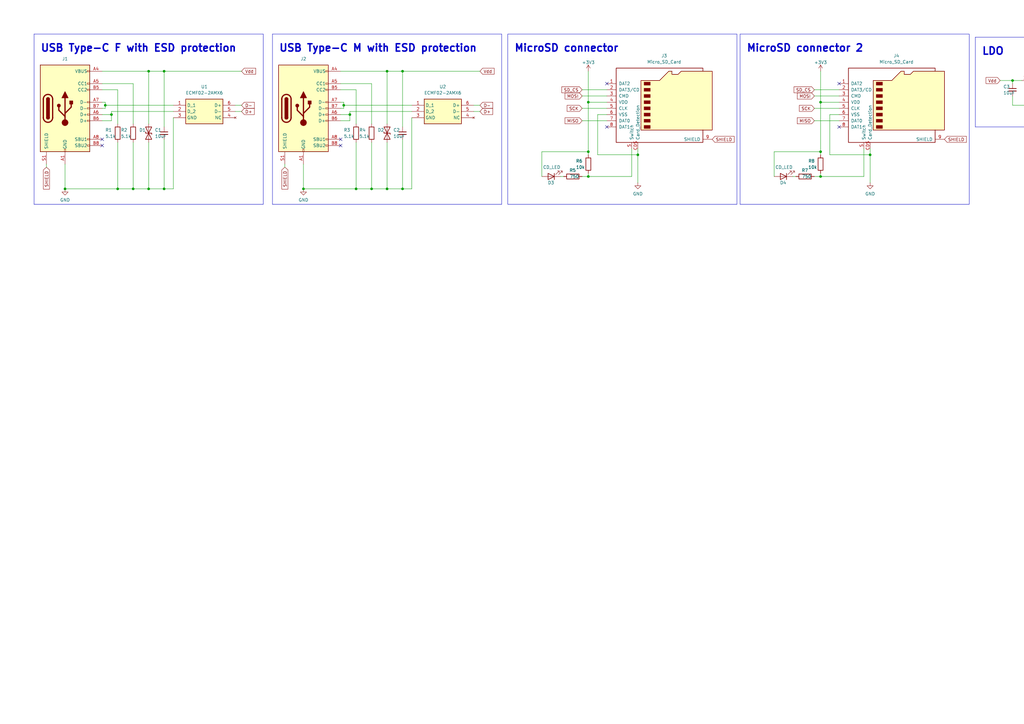
<source format=kicad_sch>
(kicad_sch (version 20230121) (generator eeschema)
  (paper "A3")
  (junction (at 551.18 66.04))
  (junction (at 532.13 52.07))
  (junction (at 532.13 66.04))
  (junction (at 627.38 46.99))
  (junction (at 615.95 105.41))
  (junction (at 26.67 77.47))
  (junction (at 627.38 52.07))
  (junction (at 356.87 63.5))
  (junction (at 158.75 29.21))
  (junction (at 505.46 96.52))
  (junction (at 45.72 46.99))
  (junction (at 539.75 110.49))
  (junction (at 718.82 66.04))
  (junction (at 241.3 41.91))
  (junction (at 143.51 46.99))
  (junction (at 241.3 62.23))
  (junction (at 539.75 96.52))
  (junction (at 124.46 77.47))
  (junction (at 336.55 72.39))
  (junction (at 632.46 59.69))
  (junction (at 415.29 33.02))
  (junction (at 684.53 36.83))
  (junction (at 165.1 77.47))
  (junction (at 513.08 66.04))
  (junction (at 336.55 62.23))
  (junction (at 615.95 113.03))
  (junction (at 491.49 63.5))
  (junction (at 627.38 59.69))
  (junction (at 551.18 52.07))
  (junction (at 524.51 86.36))
  (junction (at 684.53 58.42))
  (junction (at 632.46 52.07))
  (junction (at 627.38 54.61))
  (junction (at 632.46 39.37))
  (junction (at 632.46 44.45))
  (junction (at 632.46 54.61))
  (junction (at 505.46 52.07))
  (junction (at 632.46 46.99))
  (junction (at 60.96 29.21))
  (junction (at 152.4 77.47))
  (junction (at 701.04 35.56))
  (junction (at 60.96 77.47))
  (junction (at 491.49 39.37))
  (junction (at 539.75 31.75))
  (junction (at 627.38 39.37))
  (junction (at 513.08 110.49))
  (junction (at 513.08 31.75))
  (junction (at 261.62 63.5))
  (junction (at 629.92 109.22))
  (junction (at 632.46 62.23))
  (junction (at 43.18 43.18))
  (junction (at 513.08 41.91))
  (junction (at 532.13 110.49))
  (junction (at 513.08 76.2))
  (junction (at 524.51 41.91))
  (junction (at 582.93 76.2))
  (junction (at 582.93 31.75))
  (junction (at 627.38 49.53))
  (junction (at 629.92 101.6))
  (junction (at 48.26 77.47))
  (junction (at 439.42 33.02))
  (junction (at 336.55 41.91))
  (junction (at 627.38 41.91))
  (junction (at 632.46 41.91))
  (junction (at 551.18 110.49))
  (junction (at 632.46 36.83))
  (junction (at 54.61 77.47))
  (junction (at 539.75 76.2))
  (junction (at 627.38 62.23))
  (junction (at 67.31 29.21))
  (junction (at 532.13 96.52))
  (junction (at 539.75 66.04))
  (junction (at 532.13 31.75))
  (junction (at 701.04 66.04))
  (junction (at 627.38 64.77))
  (junction (at 532.13 76.2))
  (junction (at 637.54 36.83))
  (junction (at 513.08 86.36))
  (junction (at 241.3 72.39))
  (junction (at 539.75 52.07))
  (junction (at 146.05 77.47))
  (junction (at 67.31 77.47))
  (junction (at 165.1 29.21))
  (junction (at 524.51 110.49))
  (junction (at 158.75 77.47))
  (junction (at 426.72 43.18))
  (junction (at 140.97 43.18))
  (junction (at 632.46 49.53))
  (junction (at 615.95 107.95))
  (junction (at 551.18 96.52))
  (junction (at 632.46 64.77))
  (junction (at 627.38 44.45))
  (junction (at 524.51 66.04))
  (no_connect (at 665.48 125.73))
  (no_connect (at 665.48 92.71))
  (no_connect (at 665.48 123.19))
  (no_connect (at 834.39 69.85))
  (no_connect (at 858.52 120.65))
  (no_connect (at 858.52 125.73))
  (no_connect (at 665.48 87.63))
  (no_connect (at 834.39 87.63))
  (no_connect (at 344.17 34.29))
  (no_connect (at 665.48 113.03))
  (no_connect (at 665.48 115.57))
  (no_connect (at 665.48 128.27))
  (no_connect (at 665.48 105.41))
  (no_connect (at 665.48 118.11))
  (no_connect (at 248.92 52.07))
  (no_connect (at 41.91 59.69))
  (no_connect (at 834.39 64.77))
  (no_connect (at 834.39 104.14))
  (no_connect (at 858.52 67.31))
  (no_connect (at 858.52 106.68))
  (no_connect (at 858.52 101.6))
  (no_connect (at 858.52 85.09))
  (no_connect (at 665.48 120.65))
  (no_connect (at 665.48 54.61))
  (no_connect (at 665.48 57.15))
  (no_connect (at 665.48 90.17))
  (no_connect (at 834.39 123.19))
  (no_connect (at 665.48 85.09))
  (no_connect (at 665.48 59.69))
  (no_connect (at 834.39 99.06))
  (no_connect (at 665.48 64.77))
  (no_connect (at 834.39 82.55))
  (no_connect (at 41.91 57.15))
  (no_connect (at 858.52 90.17))
  (no_connect (at 665.48 110.49))
  (no_connect (at 665.48 62.23))
  (no_connect (at 139.7 57.15))
  (no_connect (at 834.39 118.11))
  (no_connect (at 858.52 72.39))
  (no_connect (at 139.7 59.69))
  (no_connect (at 248.92 34.29))
  (no_connect (at 665.48 67.31))
  (no_connect (at 344.17 52.07))
  (no_connect (at 665.48 107.95))
  (wire (pts (xy 513.08 110.49) (xy 524.51 110.49)))
  (wire (pts (xy 582.93 31.75) (xy 539.75 31.75)))
  (wire (pts (xy 340.36 46.99) (xy 340.36 63.5)))
  (wire (pts (xy 701.04 54.61) (xy 701.04 66.04)))
  (polyline (pts (xy 111.76 83.82) (xy 111.76 13.97)))
  (wire (pts (xy 336.55 72.39) (xy 354.33 72.39)))
  (wire (pts (xy 551.18 110.49) (xy 553.72 110.49)))
  (wire (pts (xy 488.95 58.42) (xy 491.49 58.42)))
  (wire (pts (xy 238.76 72.39) (xy 241.3 72.39)))
  (wire (pts (xy 194.31 43.18) (xy 196.85 43.18)))
  (wire (pts (xy 60.96 58.42) (xy 60.96 77.47)))
  (wire (pts (xy 344.17 46.99) (xy 340.36 46.99)))
  (wire (pts (xy 248.92 41.91) (xy 241.3 41.91)))
  (wire (pts (xy 415.29 39.37) (xy 415.29 43.18)))
  (wire (pts (xy 701.04 31.75) (xy 701.04 35.56)))
  (wire (pts (xy 19.05 67.31) (xy 19.05 68.58)))
  (wire (pts (xy 356.87 63.5) (xy 356.87 74.93)))
  (wire (pts (xy 152.4 58.42) (xy 152.4 77.47)))
  (wire (pts (xy 513.08 66.04) (xy 524.51 66.04)))
  (wire (pts (xy 532.13 83.82) (xy 532.13 88.9)))
  (wire (pts (xy 43.18 41.91) (xy 41.91 41.91)))
  (wire (pts (xy 582.93 91.44) (xy 581.66 91.44)))
  (wire (pts (xy 637.54 31.75) (xy 637.54 36.83)))
  (wire (pts (xy 883.92 34.29) (xy 883.92 35.56)))
  (wire (pts (xy 158.75 29.21) (xy 165.1 29.21)))
  (wire (pts (xy 615.95 105.41) (xy 627.38 105.41)))
  (wire (pts (xy 158.75 58.42) (xy 158.75 77.47)))
  (wire (pts (xy 143.51 45.72) (xy 143.51 46.99)))
  (polyline (pts (xy 205.74 83.82) (xy 111.76 83.82)))
  (wire (pts (xy 71.12 77.47) (xy 67.31 77.47)))
  (wire (pts (xy 539.75 107.95) (xy 539.75 110.49)))
  (wire (pts (xy 505.46 107.95) (xy 505.46 110.49)))
  (wire (pts (xy 539.75 96.52) (xy 541.02 96.52)))
  (wire (pts (xy 632.46 54.61) (xy 637.54 54.61)))
  (wire (pts (xy 883.92 35.56) (xy 882.65 35.56)))
  (wire (pts (xy 261.62 63.5) (xy 261.62 74.93)))
  (wire (pts (xy 491.49 58.42) (xy 491.49 63.5)))
  (wire (pts (xy 551.18 96.52) (xy 551.18 100.33)))
  (wire (pts (xy 334.01 36.83) (xy 344.17 36.83)))
  (polyline (pts (xy 400.05 52.07) (xy 452.12 52.07)))
  (wire (pts (xy 60.96 29.21) (xy 60.96 50.8)))
  (wire (pts (xy 488.95 34.29) (xy 491.49 34.29)))
  (wire (pts (xy 632.46 44.45) (xy 632.46 46.99)))
  (wire (pts (xy 513.08 63.5) (xy 513.08 66.04)))
  (wire (pts (xy 539.75 110.49) (xy 551.18 110.49)))
  (polyline (pts (xy 453.39 15.24) (xy 453.39 77.47)))
  (wire (pts (xy 551.18 96.52) (xy 556.26 96.52)))
  (wire (pts (xy 711.2 44.45) (xy 711.2 58.42)))
  (wire (pts (xy 665.48 41.91) (xy 688.34 41.91)))
  (wire (pts (xy 143.51 49.53) (xy 139.7 49.53)))
  (wire (pts (xy 688.34 50.8) (xy 687.07 50.8)))
  (wire (pts (xy 632.46 49.53) (xy 632.46 52.07)))
  (wire (pts (xy 551.18 66.04) (xy 553.72 66.04)))
  (wire (pts (xy 532.13 39.37) (xy 532.13 44.45)))
  (wire (pts (xy 635 128.27) (xy 635 130.81)))
  (wire (pts (xy 168.91 77.47) (xy 165.1 77.47)))
  (wire (pts (xy 582.93 46.99) (xy 581.66 46.99)))
  (wire (pts (xy 684.53 66.04) (xy 690.88 66.04)))
  (wire (pts (xy 553.72 110.49) (xy 553.72 91.44)))
  (wire (pts (xy 238.76 36.83) (xy 248.92 36.83)))
  (wire (pts (xy 463.55 39.37) (xy 466.09 39.37)))
  (wire (pts (xy 410.21 33.02) (xy 415.29 33.02)))
  (wire (pts (xy 830.58 38.1) (xy 836.93 38.1)))
  (wire (pts (xy 334.01 44.45) (xy 344.17 44.45)))
  (wire (pts (xy 43.18 44.45) (xy 43.18 43.18)))
  (wire (pts (xy 41.91 29.21) (xy 60.96 29.21)))
  (wire (pts (xy 830.58 33.02) (xy 836.93 33.02)))
  (wire (pts (xy 539.75 63.5) (xy 539.75 66.04)))
  (wire (pts (xy 632.46 59.69) (xy 637.54 59.69)))
  (wire (pts (xy 632.46 39.37) (xy 632.46 41.91)))
  (wire (pts (xy 532.13 110.49) (xy 539.75 110.49)))
  (polyline (pts (xy 205.74 13.97) (xy 205.74 83.82)))
  (wire (pts (xy 627.38 44.45) (xy 627.38 46.99)))
  (wire (pts (xy 532.13 76.2) (xy 539.75 76.2)))
  (wire (pts (xy 701.04 35.56) (xy 701.04 38.1)))
  (wire (pts (xy 632.46 52.07) (xy 632.46 54.61)))
  (wire (pts (xy 524.51 86.36) (xy 524.51 100.33)))
  (wire (pts (xy 539.75 96.52) (xy 539.75 97.79)))
  (wire (pts (xy 168.91 48.26) (xy 168.91 77.47)))
  (wire (pts (xy 439.42 39.37) (xy 439.42 43.18)))
  (wire (pts (xy 524.51 41.91) (xy 556.26 41.91)))
  (wire (pts (xy 627.38 39.37) (xy 627.38 41.91)))
  (wire (pts (xy 334.01 49.53) (xy 344.17 49.53)))
  (wire (pts (xy 623.57 109.22) (xy 623.57 107.95)))
  (polyline (pts (xy 604.52 15.24) (xy 604.52 139.7)))
  (wire (pts (xy 524.51 41.91) (xy 524.51 55.88)))
  (wire (pts (xy 629.92 109.22) (xy 623.57 109.22)))
  (wire (pts (xy 26.67 77.47) (xy 48.26 77.47)))
  (wire (pts (xy 238.76 39.37) (xy 248.92 39.37)))
  (wire (pts (xy 152.4 77.47) (xy 146.05 77.47)))
  (wire (pts (xy 629.92 101.6) (xy 629.92 102.87)))
  (wire (pts (xy 637.54 109.22) (xy 629.92 109.22)))
  (wire (pts (xy 584.2 96.52) (xy 581.66 96.52)))
  (wire (pts (xy 241.3 72.39) (xy 259.08 72.39)))
  (wire (pts (xy 261.62 60.96) (xy 261.62 63.5)))
  (wire (pts (xy 140.97 43.18) (xy 140.97 41.91)))
  (wire (pts (xy 627.38 52.07) (xy 627.38 54.61)))
  (wire (pts (xy 513.08 41.91) (xy 513.08 39.37)))
  (wire (pts (xy 505.46 83.82) (xy 505.46 88.9)))
  (wire (pts (xy 627.38 36.83) (xy 627.38 39.37)))
  (wire (pts (xy 41.91 44.45) (xy 43.18 44.45)))
  (wire (pts (xy 584.2 52.07) (xy 581.66 52.07)))
  (wire (pts (xy 222.25 62.23) (xy 222.25 72.39)))
  (wire (pts (xy 614.68 81.28) (xy 614.68 83.82)))
  (polyline (pts (xy 107.95 13.97) (xy 107.95 83.82)))
  (wire (pts (xy 632.46 41.91) (xy 632.46 44.45)))
  (wire (pts (xy 637.54 101.6) (xy 629.92 101.6)))
  (polyline (pts (xy 453.39 15.24) (xy 494.03 15.24)))
  (wire (pts (xy 709.93 44.45) (xy 711.2 44.45)))
  (wire (pts (xy 551.18 60.96) (xy 551.18 66.04)))
  (wire (pts (xy 71.12 48.26) (xy 71.12 77.47)))
  (polyline (pts (xy 751.84 139.7) (xy 604.52 139.7)))
  (wire (pts (xy 627.38 81.28) (xy 637.54 81.28)))
  (wire (pts (xy 632.46 62.23) (xy 632.46 59.69)))
  (wire (pts (xy 509.27 96.52) (xy 509.27 86.36)))
  (wire (pts (xy 627.38 46.99) (xy 627.38 49.53)))
  (wire (pts (xy 139.7 29.21) (xy 158.75 29.21)))
  (wire (pts (xy 165.1 29.21) (xy 165.1 52.07)))
  (wire (pts (xy 505.46 63.5) (xy 505.46 66.04)))
  (wire (pts (xy 336.55 41.91) (xy 336.55 29.21)))
  (wire (pts (xy 245.11 46.99) (xy 245.11 63.5)))
  (wire (pts (xy 336.55 62.23) (xy 336.55 63.5)))
  (wire (pts (xy 513.08 107.95) (xy 513.08 110.49)))
  (wire (pts (xy 629.92 109.22) (xy 629.92 107.95)))
  (wire (pts (xy 509.27 41.91) (xy 513.08 41.91)))
  (wire (pts (xy 434.34 33.02) (xy 439.42 33.02)))
  (polyline (pts (xy 751.84 15.24) (xy 751.84 139.7)))
  (wire (pts (xy 553.72 91.44) (xy 556.26 91.44)))
  (polyline (pts (xy 599.44 118.11) (xy 599.44 15.24)))
  (wire (pts (xy 514.35 41.91) (xy 513.08 41.91)))
  (polyline (pts (xy 400.05 15.24) (xy 452.12 15.24)))
  (wire (pts (xy 336.55 62.23) (xy 317.5 62.23)))
  (wire (pts (xy 340.36 63.5) (xy 356.87 63.5)))
  (wire (pts (xy 553.72 66.04) (xy 553.72 46.99)))
  (wire (pts (xy 336.55 72.39) (xy 336.55 71.12)))
  (wire (pts (xy 709.93 35.56) (xy 718.82 35.56)))
  (wire (pts (xy 509.27 52.07) (xy 509.27 41.91)))
  (wire (pts (xy 43.18 43.18) (xy 43.18 41.91)))
  (wire (pts (xy 633.73 105.41) (xy 633.73 113.03)))
  (wire (pts (xy 140.97 44.45) (xy 140.97 43.18)))
  (wire (pts (xy 711.2 58.42) (xy 684.53 58.42)))
  (wire (pts (xy 317.5 62.23) (xy 317.5 72.39)))
  (wire (pts (xy 354.33 72.39) (xy 354.33 60.96)))
  (wire (pts (xy 627.38 54.61) (xy 627.38 59.69)))
  (wire (pts (xy 139.7 36.83) (xy 146.05 36.83)))
  (wire (pts (xy 627.38 86.36) (xy 628.65 86.36)))
  (wire (pts (xy 635 93.98) (xy 637.54 93.98)))
  (wire (pts (xy 96.52 43.18) (xy 99.06 43.18)))
  (wire (pts (xy 632.46 46.99) (xy 632.46 49.53)))
  (wire (pts (xy 532.13 96.52) (xy 539.75 96.52)))
  (wire (pts (xy 505.46 52.07) (xy 509.27 52.07)))
  (wire (pts (xy 45.72 45.72) (xy 45.72 46.99)))
  (wire (pts (xy 632.46 54.61) (xy 632.46 59.69)))
  (wire (pts (xy 248.92 46.99) (xy 245.11 46.99)))
  (wire (pts (xy 165.1 29.21) (xy 196.85 29.21)))
  (wire (pts (xy 67.31 77.47) (xy 60.96 77.47)))
  (wire (pts (xy 665.48 44.45) (xy 688.34 44.45)))
  (wire (pts (xy 627.38 41.91) (xy 627.38 44.45)))
  (wire (pts (xy 241.3 62.23) (xy 222.25 62.23)))
  (wire (pts (xy 26.67 67.31) (xy 26.67 77.47)))
  (wire (pts (xy 633.73 113.03) (xy 615.95 113.03)))
  (polyline (pts (xy 496.57 15.24) (xy 496.57 118.11)))
  (wire (pts (xy 532.13 53.34) (xy 532.13 52.07)))
  (wire (pts (xy 637.54 64.77) (xy 632.46 64.77)))
  (wire (pts (xy 551.18 52.07) (xy 556.26 52.07)))
  (wire (pts (xy 41.91 36.83) (xy 48.26 36.83)))
  (wire (pts (xy 96.52 45.72) (xy 99.06 45.72)))
  (wire (pts (xy 116.84 67.31) (xy 116.84 68.58)))
  (wire (pts (xy 513.08 31.75) (xy 532.13 31.75)))
  (wire (pts (xy 325.12 72.39) (xy 326.39 72.39)))
  (wire (pts (xy 509.27 86.36) (xy 513.08 86.36)))
  (wire (pts (xy 505.46 66.04) (xy 513.08 66.04)))
  (polyline (pts (xy 494.03 77.47) (xy 494.03 15.24)))
  (wire (pts (xy 532.13 97.79) (xy 532.13 96.52)))
  (wire (pts (xy 67.31 29.21) (xy 99.06 29.21)))
  (wire (pts (xy 521.97 41.91) (xy 524.51 41.91)))
  (wire (pts (xy 259.08 72.39) (xy 259.08 60.96)))
  (wire (pts (xy 143.51 46.99) (xy 139.7 46.99)))
  (wire (pts (xy 701.04 35.56) (xy 704.85 35.56)))
  (wire (pts (xy 334.01 72.39) (xy 336.55 72.39)))
  (wire (pts (xy 146.05 58.42) (xy 146.05 77.47)))
  (wire (pts (xy 165.1 57.15) (xy 165.1 77.47)))
  (wire (pts (xy 241.3 41.91) (xy 241.3 62.23)))
  (wire (pts (xy 513.08 86.36) (xy 513.08 97.79)))
  (wire (pts (xy 505.46 110.49) (xy 513.08 110.49)))
  (wire (pts (xy 858.52 40.64) (xy 858.52 41.91)))
  (wire (pts (xy 439.42 33.02) (xy 444.5 33.02)))
  (wire (pts (xy 514.35 86.36) (xy 513.08 86.36)))
  (wire (pts (xy 524.51 105.41) (xy 524.51 110.49)))
  (polyline (pts (xy 111.76 13.97) (xy 205.74 13.97)))
  (wire (pts (xy 548.64 52.07) (xy 551.18 52.07)))
  (wire (pts (xy 505.46 39.37) (xy 505.46 44.45)))
  (wire (pts (xy 532.13 66.04) (xy 539.75 66.04)))
  (wire (pts (xy 539.75 39.37) (xy 539.75 52.07)))
  (wire (pts (xy 553.72 46.99) (xy 556.26 46.99)))
  (wire (pts (xy 146.05 36.83) (xy 146.05 50.8)))
  (wire (pts (xy 632.46 36.83) (xy 637.54 36.83)))
  (wire (pts (xy 859.79 31.75) (xy 858.52 31.75)))
  (polyline (pts (xy 453.39 77.47) (xy 494.03 77.47)))
  (wire (pts (xy 615.95 105.41) (xy 615.95 107.95)))
  (wire (pts (xy 124.46 77.47) (xy 146.05 77.47)))
  (wire (pts (xy 238.76 49.53) (xy 248.92 49.53)))
  (wire (pts (xy 582.93 76.2) (xy 539.75 76.2)))
  (wire (pts (xy 584.2 86.36) (xy 581.66 86.36)))
  (wire (pts (xy 627.38 62.23) (xy 627.38 64.77)))
  (wire (pts (xy 513.08 76.2) (xy 532.13 76.2)))
  (wire (pts (xy 532.13 52.07) (xy 539.75 52.07)))
  (polyline (pts (xy 496.57 118.11) (xy 599.44 118.11)))
  (polyline (pts (xy 496.57 15.24) (xy 599.44 15.24)))
  (wire (pts (xy 60.96 29.21) (xy 67.31 29.21)))
  (wire (pts (xy 882.65 38.1) (xy 886.46 38.1)))
  (wire (pts (xy 635 96.52) (xy 637.54 96.52)))
  (wire (pts (xy 45.72 46.99) (xy 41.91 46.99)))
  (wire (pts (xy 548.64 96.52) (xy 551.18 96.52)))
  (wire (pts (xy 491.49 63.5) (xy 491.49 64.77)))
  (wire (pts (xy 165.1 77.47) (xy 158.75 77.47)))
  (wire (pts (xy 637.54 128.27) (xy 635 128.27)))
  (wire (pts (xy 54.61 77.47) (xy 48.26 77.47)))
  (wire (pts (xy 697.23 35.56) (xy 701.04 35.56)))
  (wire (pts (xy 158.75 77.47) (xy 152.4 77.47)))
  (wire (pts (xy 539.75 52.07) (xy 539.75 53.34)))
  (wire (pts (xy 54.61 58.42) (xy 54.61 77.47)))
  (wire (pts (xy 194.31 45.72) (xy 196.85 45.72)))
  (wire (pts (xy 168.91 45.72) (xy 143.51 45.72)))
  (wire (pts (xy 582.93 31.75) (xy 582.93 46.99)))
  (wire (pts (xy 627.38 64.77) (xy 627.38 68.58)))
  (wire (pts (xy 882.65 40.64) (xy 883.92 40.64)))
  (wire (pts (xy 615.95 102.87) (xy 615.95 105.41)))
  (wire (pts (xy 701.04 66.04) (xy 718.82 66.04)))
  (wire (pts (xy 505.46 96.52) (xy 505.46 97.79)))
  (wire (pts (xy 67.31 29.21) (xy 67.31 52.07)))
  (wire (pts (xy 505.46 76.2) (xy 513.08 76.2)))
  (wire (pts (xy 241.3 72.39) (xy 241.3 71.12)))
  (wire (pts (xy 241.3 41.91) (xy 241.3 29.21)))
  (polyline (pts (xy 452.12 52.07) (xy 452.12 15.24)))
  (wire (pts (xy 415.29 33.02) (xy 415.29 34.29)))
  (wire (pts (xy 140.97 43.18) (xy 168.91 43.18)))
  (wire (pts (xy 532.13 63.5) (xy 532.13 66.04)))
  (wire (pts (xy 551.18 52.07) (xy 551.18 55.88)))
  (wire (pts (xy 883.92 40.64) (xy 883.92 41.91)))
  (wire (pts (xy 158.75 29.21) (xy 158.75 50.8)))
  (wire (pts (xy 505.46 96.52) (xy 509.27 96.52)))
  (wire (pts (xy 463.55 63.5) (xy 466.09 63.5)))
  (wire (pts (xy 629.92 101.6) (xy 623.57 101.6)))
  (wire (pts (xy 415.29 33.02) (xy 419.1 33.02)))
  (wire (pts (xy 48.26 36.83) (xy 48.26 50.8)))
  (wire (pts (xy 697.23 36.83) (xy 697.23 35.56)))
  (wire (pts (xy 836.93 35.56) (xy 834.39 35.56)))
  (wire (pts (xy 43.18 43.18) (xy 71.12 43.18)))
  (wire (pts (xy 684.53 58.42) (xy 684.53 36.83)))
  (wire (pts (xy 551.18 105.41) (xy 551.18 110.49)))
  (wire (pts (xy 665.48 46.99) (xy 688.34 46.99)))
  (wire (pts (xy 229.87 72.39) (xy 231.14 72.39)))
  (wire (pts (xy 67.31 57.15) (xy 67.31 77.47)))
  (wire (pts (xy 692.15 36.83) (xy 697.23 36.83)))
  (wire (pts (xy 632.46 64.77) (xy 632.46 62.23)))
  (wire (pts (xy 439.42 33.02) (xy 439.42 34.29)))
  (wire (pts (xy 139.7 34.29) (xy 152.4 34.29)))
  (wire (pts (xy 524.51 86.36) (xy 556.26 86.36)))
  (wire (pts (xy 71.12 45.72) (xy 45.72 45.72)))
  (wire (pts (xy 524.51 66.04) (xy 532.13 66.04)))
  (wire (pts (xy 539.75 66.04) (xy 551.18 66.04)))
  (wire (pts (xy 632.46 105.41) (xy 633.73 105.41)))
  (wire (pts (xy 524.51 60.96) (xy 524.51 66.04)))
  (wire (pts (xy 718.82 35.56) (xy 718.82 66.04)))
  (wire (pts (xy 505.46 31.75) (xy 513.08 31.75)))
  (wire (pts (xy 582.93 76.2) (xy 582.93 91.44)))
  (wire (pts (xy 513.08 41.91) (xy 513.08 53.34)))
  (wire (pts (xy 687.07 50.8) (xy 687.07 49.53)))
  (wire (pts (xy 521.97 86.36) (xy 524.51 86.36)))
  (wire (pts (xy 491.49 34.29) (xy 491.49 39.37)))
  (wire (pts (xy 140.97 41.91) (xy 139.7 41.91)))
  (wire (pts (xy 334.01 39.37) (xy 344.17 39.37)))
  (polyline (pts (xy 400.05 15.24) (xy 400.05 52.07)))
  (wire (pts (xy 241.3 62.23) (xy 241.3 63.5)))
  (wire (pts (xy 629.92 120.65) (xy 627.38 120.65)))
  (wire (pts (xy 617.22 81.28) (xy 614.68 81.28)))
  (wire (pts (xy 615.95 107.95) (xy 615.95 113.03)))
  (wire (pts (xy 665.48 39.37) (xy 685.8 39.37)))
  (wire (pts (xy 48.26 58.42) (xy 48.26 77.47)))
  (wire (pts (xy 627.38 49.53) (xy 627.38 52.07)))
  (wire (pts (xy 54.61 34.29) (xy 54.61 50.8)))
  (wire (pts (xy 539.75 83.82) (xy 539.75 96.52)))
  (wire (pts (xy 627.38 59.69) (xy 627.38 62.23)))
  (wire (pts (xy 41.91 34.29) (xy 54.61 34.29)))
  (wire (pts (xy 665.48 49.53) (xy 687.07 49.53)))
  (wire (pts (xy 627.38 88.9) (xy 628.65 88.9)))
  (wire (pts (xy 532.13 31.75) (xy 539.75 31.75)))
  (wire (pts (xy 124.46 67.31) (xy 124.46 77.47)))
  (wire (pts (xy 463.55 58.42) (xy 466.09 58.42)))
  (wire (pts (xy 505.46 52.07) (xy 505.46 53.34)))
  (wire (pts (xy 238.76 44.45) (xy 248.92 44.45)))
  (wire (pts (xy 45.72 49.53) (xy 41.91 49.53)))
  (wire (pts (xy 618.49 102.87) (xy 615.95 102.87)))
  (wire (pts (xy 488.95 63.5) (xy 491.49 63.5)))
  (wire (pts (xy 636.27 88.9) (xy 637.54 88.9)))
  (wire (pts (xy 356.87 60.96) (xy 356.87 63.5)))
  (wire (pts (xy 627.38 120.65) (xy 627.38 118.11)))
  (wire (pts (xy 143.51 46.99) (xy 143.51 49.53)))
  (wire (pts (xy 632.46 36.83) (xy 632.46 39.37)))
  (wire (pts (xy 532.13 107.95) (xy 532.13 110.49)))
  (wire (pts (xy 463.55 34.29) (xy 466.09 34.29)))
  (wire (pts (xy 665.48 36.83) (xy 684.53 36.83)))
  (wire (pts (xy 139.7 44.45) (xy 140.97 44.45)))
  (polyline (pts (xy 13.97 13.97) (xy 107.95 13.97)))
  (wire (pts (xy 685.8 57.15) (xy 685.8 39.37)))
  (wire (pts (xy 45.72 46.99) (xy 45.72 49.53)))
  (wire (pts (xy 539.75 52.07) (xy 541.02 52.07)))
  (wire (pts (xy 439.42 43.18) (xy 426.72 43.18)))
  (wire (pts (xy 344.17 41.91) (xy 336.55 41.91)))
  (wire (pts (xy 524.51 110.49) (xy 532.13 110.49)))
  (wire (pts (xy 636.27 86.36) (xy 637.54 86.36)))
  (wire (pts (xy 584.2 41.91) (xy 581.66 41.91)))
  (wire (pts (xy 491.49 39.37) (xy 491.49 40.64)))
  (polyline (pts (xy 13.97 83.82) (xy 13.97 13.97)))
  (wire (pts (xy 245.11 63.5) (xy 261.62 63.5)))
  (wire (pts (xy 709.93 48.26) (xy 709.93 57.15)))
  (wire (pts (xy 858.52 31.75) (xy 858.52 33.02)))
  (polyline (pts (xy 604.52 15.24) (xy 751.84 15.24)))
  (wire (pts (xy 488.95 39.37) (xy 491.49 39.37)))
  (wire (pts (xy 709.93 57.15) (xy 685.8 57.15)))
  (wire (pts (xy 152.4 34.29) (xy 152.4 50.8)))
  (wire (pts (xy 513.08 86.36) (xy 513.08 83.82)))
  (wire (pts (xy 60.96 77.47) (xy 54.61 77.47)))
  (wire (pts (xy 415.29 43.18) (xy 426.72 43.18)))
  (wire (pts (xy 426.72 40.64) (xy 426.72 43.18)))
  (wire (pts (xy 623.57 101.6) (xy 623.57 102.87)))
  (polyline (pts (xy 107.95 83.82) (xy 13.97 83.82)))
  (wire (pts (xy 336.55 41.91) (xy 336.55 62.23)))
  (wire (pts (xy 834.39 35.56) (xy 834.39 41.91)))
  (wire (pts (xy 688.34 48.26) (xy 688.34 46.99)))
  (wire (pts (xy 615.95 107.95) (xy 618.49 107.95)))
  (rectangle (start 208.28 13.97) (end 302.26 83.82))
  (rectangle (start 758.19 15.24) (end 896.62 162.56))
  (rectangle (start 303.53 13.97) (end 397.51 83.82))
  (text "USB Type-C M with ESD protection\n" (at 114.3 21.59 0) (effects (font (size 3 3) (thickness 0.6) bold) (justify left bottom)))
  (text "MicroSD connector" (at 210.82 21.59 0) (effects (font (size 3 3) (thickness 0.6) bold) (justify left bottom)))
  (text "USB Type-C F with ESD protection\n" (at 16.51 21.59 0) (effects (font (size 3 3) (thickness 0.6) bold) (justify left bottom)))
  (text "LDO" (at 402.59 22.86 0) (effects (font (size 3 3) (thickness 0.6) bold) (justify left bottom)))
  (text "Add's" (at 760.73 22.86 0) (effects (font (size 3 3) (thickness 0.6) bold) (justify left bottom)))
  (text "Status leds" (at 457.2 22.86 0) (effects (font (size 3 3) (thickness 0.6) bold) (justify left bottom)))
  (text "///ОШИБКА///" (at 595.63 62.23 0) (effects (font (size 3 3) (thickness 0.6) bold) (justify left bottom)))
  (text "1uF close to 44 pin" (at 607.06 57.15 0) (effects (font (size 1.27 1.27)) (justify left bottom)))
  (text "If BOOTSEL1 shorted, RP2040 reverts to BOOTSEL mode,\nwhere presents itself as a USB mass storage" (at 689.61 78.74 0) (effects (font (size 1.27 1.27)) (justify left bottom)))
  (text "SOIC-8W" (at 689.61 58.42 0) (effects (font (size 3 3) (thickness 0.6) bold) (justify left bottom)))
  (text "User Buttons with Schmitt trigger output" (at 499.11 22.86 0) (effects (font (size 3 3) (thickness 0.6) bold) (justify left bottom)))
  (text "RP2040 with 16Mbyte flash" (at 608.33 22.86 0) (effects (font (size 3 3) (thickness 0.6) bold) (justify left bottom)))
  (text "MicroSD connector 2" (at 306.07 21.59 0) (effects (font (size 3 3) (thickness 0.6) bold) (justify left bottom)))
  (text "C1=C2=2*(CLoad - Cstray) Cstray typically is 5pF" (at 689.61 82.55 0) (effects (font (size 1.27 1.27)) (justify left bottom)))
  (global_label "DBUG_SWDIO" (shape input) (at 635 96.52 180) (property "Intersheetrefs" "${INTERSHEET_REFS}" (effects hide)))
  (global_label "SHIELD" (shape input) (at 858.52 123.19 0) (property "Intersheetrefs" "${INTERSHEET_REFS}" (effects hide)))
  (global_label "SW_3" (shape input) (at 584.2 86.36 0) (property "Intersheetrefs" "${INTERSHEET_REFS}" (effects hide)))
  (global_label "SCK" (shape input) (at 334.01 44.45 180) (property "Intersheetrefs" "${INTERSHEET_REFS}" (effects hide)))
  (global_label "D-" (shape input) (at 99.06 43.18 0) (property "Intersheetrefs" "${INTERSHEET_REFS}" (effects hide)))
  (global_label "MOSI" (shape input) (at 801.37 38.1 0) (property "Intersheetrefs" "${INTERSHEET_REFS}" (effects hide)))
  (global_label "SHIELD" (shape input) (at 858.52 64.77 0) (property "Intersheetrefs" "${INTERSHEET_REFS}" (effects hide)))
  (global_label "MISO" (shape input) (at 238.76 49.53 180) (property "Intersheetrefs" "${INTERSHEET_REFS}" (effects hide)))
  (global_label "SHIELD" (shape input) (at 858.52 69.85 0) (property "Intersheetrefs" "${INTERSHEET_REFS}" (effects hide)))
  (global_label "SHIELD" (shape input) (at 859.79 31.75 0) (property "Intersheetrefs" "${INTERSHEET_REFS}" (effects hide)))
  (global_label "SD_CS" (shape input) (at 801.37 67.31 0) (property "Intersheetrefs" "${INTERSHEET_REFS}" (effects hide)))
  (global_label "SD_CS" (shape input) (at 665.48 97.79 0) (property "Intersheetrefs" "${INTERSHEET_REFS}" (effects hide)))
  (global_label "D+" (shape input) (at 196.85 45.72 0) (property "Intersheetrefs" "${INTERSHEET_REFS}" (effects hide)))
  (global_label "SCK" (shape input) (at 801.37 40.64 0) (property "Intersheetrefs" "${INTERSHEET_REFS}" (effects hide)))
  (global_label "SD_CS" (shape input) (at 238.76 36.83 180) (property "Intersheetrefs" "${INTERSHEET_REFS}" (effects hide)))
  (global_label "MISO" (shape input) (at 777.24 33.02 180) (property "Intersheetrefs" "${INTERSHEET_REFS}" (effects hide)))
  (global_label "SHIELD" (shape input) (at 858.52 99.06 0) (property "Intersheetrefs" "${INTERSHEET_REFS}" (effects hide)))
  (global_label "D-" (shape input) (at 196.85 43.18 0) (property "Intersheetrefs" "${INTERSHEET_REFS}" (effects hide)))
  (global_label "SHIELD" (shape input) (at 834.39 85.09 180) (property "Intersheetrefs" "${INTERSHEET_REFS}" (effects hide)))
  (global_label "D+" (shape input) (at 627.38 88.9 180) (property "Intersheetrefs" "${INTERSHEET_REFS}" (effects hide)))
  (global_label "SW_1" (shape input) (at 665.48 69.85 0) (property "Intersheetrefs" "${INTERSHEET_REFS}" (effects hide)))
  (global_label "SHIELD" (shape input) (at 858.52 104.14 0) (property "Intersheetrefs" "${INTERSHEET_REFS}" (effects hide)))
  (global_label "LED_STATUS_GREEN" (shape input) (at 463.55 39.37 180) (property "Intersheetrefs" "${INTERSHEET_REFS}" (effects hide)))
  (global_label "SW_2" (shape input) (at 665.48 72.39 0) (property "Intersheetrefs" "${INTERSHEET_REFS}" (effects hide)))
  (global_label "Vdd" (shape input) (at 99.06 29.21 0) (property "Intersheetrefs" "${INTERSHEET_REFS}" (effects hide)))
  (global_label "LED_STATUS_RED" (shape input) (at 463.55 58.42 180) (property "Intersheetrefs" "${INTERSHEET_REFS}" (effects hide)))
  (global_label "SCK" (shape input) (at 801.37 58.42 0) (property "Intersheetrefs" "${INTERSHEET_REFS}" (effects hide)))
  (global_label "DBUG_SWDIO" (shape input) (at 830.58 38.1 180) (property "Intersheetrefs" "${INTERSHEET_REFS}" (effects hide)))
  (global_label "MOSI" (shape input) (at 801.37 55.88 0) (property "Intersheetrefs" "${INTERSHEET_REFS}" (effects hide)))
  (global_label "SHIELD" (shape input) (at 834.39 125.73 180) (property "Intersheetrefs" "${INTERSHEET_REFS}" (effects hide)))
  (global_label "LED_STATUS_GREEN" (shape input) (at 463.55 63.5 180) (property "Intersheetrefs" "${INTERSHEET_REFS}" (effects hide)))
  (global_label "LED_STATUS_RED" (shape input) (at 665.48 80.01 0) (property "Intersheetrefs" "${INTERSHEET_REFS}" (effects hide)))
  (global_label "SW_3" (shape input) (at 665.48 74.93 0) (property "Intersheetrefs" "${INTERSHEET_REFS}" (effects hide)))
  (global_label "SHIELD" (shape input) (at 858.52 87.63 0) (property "Intersheetrefs" "${INTERSHEET_REFS}" (effects hide)))
  (global_label "MISO" (shape input) (at 777.24 67.31 180) (property "Intersheetrefs" "${INTERSHEET_REFS}" (effects hide)))
  (global_label "SCK" (shape input) (at 777.24 38.1 180) (property "Intersheetrefs" "${INTERSHEET_REFS}" (effects hide)))
  (global_label "SD_CS" (shape input) (at 801.37 86.36 0) (property "Intersheetrefs" "${INTERSHEET_REFS}" (effects hide)))
  (global_label "MOSI" (shape input) (at 777.24 40.64 180) (property "Intersheetrefs" "${INTERSHEET_REFS}" (effects hide)))
  (global_label "MOSI" (shape input) (at 334.01 39.37 180) (property "Intersheetrefs" "${INTERSHEET_REFS}" (effects hide)))
  (global_label "SCK" (shape input) (at 801.37 93.98 0) (property "Intersheetrefs" "${INTERSHEET_REFS}" (effects hide)))
  (global_label "SD_CS" (shape input) (at 777.24 53.34 180) (property "Intersheetrefs" "${INTERSHEET_REFS}" (effects hide)))
  (global_label "D-" (shape input) (at 627.38 86.36 180) (property "Intersheetrefs" "${INTERSHEET_REFS}" (effects hide)))
  (global_label "MISO" (shape input) (at 801.37 53.34 0) (property "Intersheetrefs" "${INTERSHEET_REFS}" (effects hide)))
  (global_label "MISO" (shape input) (at 777.24 50.8 180) (property "Intersheetrefs" "${INTERSHEET_REFS}" (effects hide)))
  (global_label "MISO" (shape input) (at 801.37 35.56 0) (property "Intersheetrefs" "${INTERSHEET_REFS}" (effects hide)))
  (global_label "MOSI" (shape input) (at 777.24 58.42 180) (property "Intersheetrefs" "${INTERSHEET_REFS}" (effects hide)))
  (global_label "SHIELD" (shape input) (at 116.84 68.58 270) (property "Intersheetrefs" "${INTERSHEET_REFS}" (effects hide)))
  (global_label "MISO" (shape input) (at 665.48 95.25 0) (property "Intersheetrefs" "${INTERSHEET_REFS}" (effects hide)))
  (global_label "D+" (shape input) (at 99.06 45.72 0) (property "Intersheetrefs" "${INTERSHEET_REFS}" (effects hide)))
  (global_label "SD_CS" (shape input) (at 777.24 69.85 180) (property "Intersheetrefs" "${INTERSHEET_REFS}" (effects hide)))
  (global_label "SCK" (shape input) (at 238.76 44.45 180) (property "Intersheetrefs" "${INTERSHEET_REFS}" (effects hide)))
  (global_label "MISO" (shape input) (at 801.37 88.9 0) (property "Intersheetrefs" "${INTERSHEET_REFS}" (effects hide)))
  (global_label "DBUG_SWCLK" (shape input) (at 635 93.98 180) (property "Intersheetrefs" "${INTERSHEET_REFS}" (effects hide)))
  (global_label "MISO" (shape input) (at 777.24 86.36 180) (property "Intersheetrefs" "${INTERSHEET_REFS}" (effects hide)))
  (global_label "SCK" (shape input) (at 777.24 55.88 180) (property "Intersheetrefs" "${INTERSHEET_REFS}" (effects hide)))
  (global_label "MOSI" (shape input) (at 777.24 74.93 180) (property "Intersheetrefs" "${INTERSHEET_REFS}" (effects hide)))
  (global_label "SCK" (shape input) (at 665.48 100.33 0) (property "Intersheetrefs" "${INTERSHEET_REFS}" (effects hide)))
  (global_label "Vdd" (shape input) (at 196.85 29.21 0) (property "Intersheetrefs" "${INTERSHEET_REFS}" (effects hide)))
  (global_label "SD_CS" (shape input) (at 801.37 50.8 0) (property "Intersheetrefs" "${INTERSHEET_REFS}" (effects hide)))
  (global_label "MOSI" (shape input) (at 801.37 91.44 0) (property "Intersheetrefs" "${INTERSHEET_REFS}" (effects hide)))
  (global_label "Vdd" (shape input) (at 410.21 33.02 180) (property "Intersheetrefs" "${INTERSHEET_REFS}" (effects hide)))
  (global_label "SW_1" (shape input) (at 584.2 41.91 0) (property "Intersheetrefs" "${INTERSHEET_REFS}" (effects hide)))
  (global_label "LED_STATUS_GREEN" (shape input) (at 665.48 82.55 0) (property "Intersheetrefs" "${INTERSHEET_REFS}" (effects hide)))
  (global_label "MOSI" (shape input) (at 777.24 93.98 180) (property "Intersheetrefs" "${INTERSHEET_REFS}" (effects hide)))
  (global_label "SCK" (shape input) (at 777.24 91.44 180) (property "Intersheetrefs" "${INTERSHEET_REFS}" (effects hide)))
  (global_label "SD_CS" (shape input) (at 777.24 88.9 180) (property "Intersheetrefs" "${INTERSHEET_REFS}" (effects hide)))
  (global_label "SHIELD" (shape input) (at 834.39 101.6 180) (property "Intersheetrefs" "${INTERSHEET_REFS}" (effects hide)))
  (global_label "SHIELD" (shape input) (at 387.35 57.15 0) (property "Intersheetrefs" "${INTERSHEET_REFS}" (effects hide)))
  (global_label "SHIELD" (shape input) (at 858.52 82.55 0) (property "Intersheetrefs" "${INTERSHEET_REFS}" (effects hide)))
  (global_label "LED_STATUS_RED" (shape input) (at 463.55 34.29 180) (property "Intersheetrefs" "${INTERSHEET_REFS}" (effects hide)))
  (global_label "Vdd" (shape input) (at 886.46 38.1 0) (property "Intersheetrefs" "${INTERSHEET_REFS}" (effects hide)))
  (global_label "SHIELD" (shape input) (at 834.39 67.31 180) (property "Intersheetrefs" "${INTERSHEET_REFS}" (effects hide)))
  (global_label "SHIELD" (shape input) (at 834.39 106.68 180) (property "Intersheetrefs" "${INTERSHEET_REFS}" (effects hide)))
  (global_label "MOSI" (shape input) (at 801.37 72.39 0) (property "Intersheetrefs" "${INTERSHEET_REFS}" (effects hide)))
  (global_label "MISO" (shape input) (at 334.01 49.53 180) (property "Intersheetrefs" "${INTERSHEET_REFS}" (effects hide)))
  (global_label "SW_4" (shape input) (at 665.48 77.47 0) (property "Intersheetrefs" "${INTERSHEET_REFS}" (effects hide)))
  (global_label "SCK" (shape input) (at 801.37 74.93 0) (property "Intersheetrefs" "${INTERSHEET_REFS}" (effects hide)))
  (global_label "SHIELD" (shape input) (at 19.05 68.58 270) (property "Intersheetrefs" "${INTERSHEET_REFS}" (effects hide)))
  (global_label "SW_2" (shape input) (at 584.2 52.07 0) (property "Intersheetrefs" "${INTERSHEET_REFS}" (effects hide)))
  (global_label "DBUG_SWCLK" (shape input) (at 830.58 33.02 180) (property "Intersheetrefs" "${INTERSHEET_REFS}" (effects hide)))
  (global_label "SHIELD" (shape input) (at 834.39 72.39 180) (property "Intersheetrefs" "${INTERSHEET_REFS}" (effects hide)))
  (global_label "SCK" (shape input) (at 777.24 72.39 180) (property "Intersheetrefs" "${INTERSHEET_REFS}" (effects hide)))
  (global_label "SHIELD" (shape input) (at 292.1 57.15 0) (property "Intersheetrefs" "${INTERSHEET_REFS}" (effects hide)))
  (global_label "SD_CS" (shape input) (at 801.37 33.02 0) (property "Intersheetrefs" "${INTERSHEET_REFS}" (effects hide)))
  (global_label "SW_4" (shape input) (at 584.2 96.52 0) (property "Intersheetrefs" "${INTERSHEET_REFS}" (effects hide)))
  (global_label "SHIELD" (shape input) (at 834.39 120.65 180) (property "Intersheetrefs" "${INTERSHEET_REFS}" (effects hide)))
  (global_label "SD_CS" (shape input) (at 334.01 36.83 180) (property "Intersheetrefs" "${INTERSHEET_REFS}" (effects hide)))
  (global_label "MOSI" (shape input) (at 238.76 39.37 180) (property "Intersheetrefs" "${INTERSHEET_REFS}" (effects hide)))
  (global_label "MOSI" (shape input) (at 665.48 102.87 0) (property "Intersheetrefs" "${INTERSHEET_REFS}" (effects hide)))
  (global_label "MISO" (shape input) (at 801.37 69.85 0) (property "Intersheetrefs" "${INTERSHEET_REFS}" (effects hide)))
  (global_label "SHIELD" (shape input) (at 834.39 90.17 180) (property "Intersheetrefs" "${INTERSHEET_REFS}" (effects hide)))
  (global_label "SHIELD" (shape input) (at 858.52 118.11 0) (property "Intersheetrefs" "${INTERSHEET_REFS}" (effects hide)))
  (global_label "SD_CS" (shape input) (at 777.24 35.56 180) (property "Intersheetrefs" "${INTERSHEET_REFS}" (effects hide)))
  (symbol (lib_id "Device:R") (at 684.53 62.23 180) (unit 1)
    (property "Reference" "R28" (at 686.308 61.3215 0) (effects (justify right)))
    (property "Value" "1k" (at 686.308 64.0966 0) (effects (justify right)))
    (property "Footprint" "Resistor_SMD:R_0402_1005Metric" (effects hide))
  )
  (symbol (lib_id "Device:C_Small") (at 629.92 36.83 90) (unit 1)
    (property "Reference" "C11" (at 627.38 35.56 90))
    (property "Value" "100nF" (at 633.73 35.56 90))
    (property "Footprint" "Capacitor_SMD:C_0402_1005Metric" (effects hide))
  )
  (symbol (lib_id "Device:R") (at 532.13 35.56 180) (unit 1)
    (property "Reference" "R19" (at 529.59 34.29 0) (effects (justify left)))
    (property "Value" "750" (at 529.59 36.83 0) (effects (justify left)))
    (property "Footprint" "Resistor_SMD:R_0402_1005Metric" (effects hide))
  )
  (symbol (lib_id "Switch:SW_SPST") (at 539.75 58.42 270) (unit 1)
    (property "Reference" "SW6" (at 538.48 58.42 90) (effects (justify right)))
    (property "Value" "SW_SPST" (effects hide))
    (property "Footprint" "_buttons:SWSIDE_SMD_PAN_EVPAE" (effects hide))
  )
  (symbol (lib_id "Device:R") (at 532.13 80.01 180) (unit 1)
    (property "Reference" "R20" (at 529.59 78.74 0) (effects (justify left)))
    (property "Value" "750" (at 529.59 81.28 0) (effects (justify left)))
    (property "Footprint" "Resistor_SMD:R_0402_1005Metric" (effects hide))
  )
  (symbol (lib_id "power:+3.3V") (at 883.92 34.29 0) (unit 1)
    (property "Reference" "#PWR025" (effects hide))
    (property "Value" "+3.3V" (at 883.92 30.6855 0))
  )
  (symbol (lib_id "Device:R") (at 539.75 35.56 0) (unit 1)
    (property "Reference" "R21" (at 534.67 34.29 0) (effects (justify left)))
    (property "Value" "10k" (at 534.67 36.83 0) (effects (justify left)))
    (property "Footprint" "Resistor_SMD:R_0402_1005Metric" (effects hide))
  )
  (symbol (lib_id "Device:R") (at 469.9 34.29 90) (unit 1)
    (property "Reference" "R9" (at 471.17 31.75 90) (effects (justify left)))
    (property "Value" "750" (at 472.44 34.29 90) (effects (justify left)))
    (property "Footprint" "Resistor_SMD:R_0402_1005Metric" (effects hide))
  )
  (symbol (lib_id "Device:C_Small") (at 621.03 107.95 90) (unit 1)
    (property "Reference" "C10" (at 618.49 106.68 90))
    (property "Value" "15pF" (at 624.84 106.68 90))
    (property "Footprint" "Capacitor_SMD:C_0402_1005Metric" (effects hide))
  )
  (symbol (lib_id "Connector:Conn_01x04_Pin") (at 796.29 88.9 0) (unit 1)
    (property "Reference" "J12" (at 796.925 81.28 0))
    (property "Value" "Conn_01x04_Pin" (at 796.925 83.82 0))
    (property "Footprint" "Connector_PinSocket_1.27mm:PinSocket_2x02_P1.27mm_Vertical_SMD" (effects hide))
  )
  (symbol (lib_id "power:GND") (at 261.62 74.93 0) (unit 1)
    (property "Reference" "#PWR04" (effects hide))
    (property "Value" "GND" (at 261.62 79.4925 0))
  )
  (symbol (lib_id "Device:C_Small") (at 67.31 54.61 0) (unit 1)
    (property "Reference" "C1" (at 63.5 53.34 0) (effects (justify left)))
    (property "Value" "10uF" (at 63.5 55.88 0) (effects (justify left)))
    (property "Footprint" "Capacitor_SMD:C_0603_1608Metric" (effects hide))
  )
  (symbol (lib_id "Connector:TestPoint") (at 882.65 40.64 90) (unit 1)
    (property "Reference" "TP3" (at 877.57 40.64 90) (effects (justify left)))
    (property "Value" "TestPoint" (effects hide))
    (property "Footprint" "TestPoint:TestPoint_Pad_D2.0mm" (effects hide))
  )
  (symbol (lib_id "power:GND") (at 124.46 77.47 0) (unit 1)
    (property "Reference" "#PWR02" (effects hide))
    (property "Value" "GND" (at 124.46 82.0325 0))
  )
  (symbol (lib_id "power:GND") (at 615.95 113.03 0) (unit 1)
    (property "Reference" "#PWR016" (effects hide))
    (property "Value" "GND" (at 615.95 117.5925 0))
  )
  (symbol (lib_id "Device:R") (at 544.83 96.52 270) (unit 1)
    (property "Reference" "R24" (at 544.83 93.98 90))
    (property "Value" "10k" (at 544.83 96.52 90))
    (property "Footprint" "Resistor_SMD:R_0402_1005Metric" (effects hide))
  )
  (symbol (lib_id "Device:Crystal_GND24_Small") (at 629.92 105.41 270) (unit 1)
    (property "Reference" "Y1" (at 633.73 104.14 90))
    (property "Value" "Crystal_GND24_Small" (effects hide))
    (property "Footprint" "Crystal:Crystal_SMD_3225-4Pin_3.2x2.5mm" (effects hide))
  )
  (symbol (lib_id "Device:R") (at 633.73 120.65 90) (unit 1)
    (property "Reference" "R27" (at 633.73 114.3 90))
    (property "Value" "1" (at 633.73 116.84 90))
    (property "Footprint" "Resistor_SMD:R_0402_1005Metric" (effects hide))
  )
  (symbol (lib_id "Device:C_Small") (at 629.92 39.37 90) (unit 1)
    (property "Reference" "C12" (at 627.38 38.1 90))
    (property "Value" "100nF" (at 633.73 38.1 90))
    (property "Footprint" "Capacitor_SMD:C_0402_1005Metric" (effects hide))
  )
  (symbol (lib_id "Device:R") (at 513.08 35.56 0) (unit 1)
    (property "Reference" "R15" (at 508 34.29 0) (effects (justify left)))
    (property "Value" "10k" (at 508 36.83 0) (effects (justify left)))
    (property "Footprint" "Resistor_SMD:R_0402_1005Metric" (effects hide))
  )
  (symbol (lib_id "Device:LED") (at 505.46 48.26 90) (unit 1)
    (property "Reference" "D7" (at 502.92 45.72 90) (effects (justify left)))
    (property "Value" "SWLED" (at 504.19 48.26 90) (effects (justify left)))
    (property "Footprint" "LED_SMD:LED_0603_1608Metric_Pad1.05x0.95mm_HandSolder" (effects hide))
  )
  (symbol (lib_id "Device:LED") (at 321.31 72.39 180) (unit 1)
    (property "Reference" "D4" (at 322.58 74.93 0) (effects (justify left)))
    (property "Value" "CD_LED" (at 325.12 68.58 0) (effects (justify left)))
    (property "Footprint" "LED_SMD:LED_0603_1608Metric_Pad1.05x0.95mm_HandSolder" (effects hide))
  )
  (symbol (lib_id "Connector:Conn_01x04_Pin") (at 853.44 67.31 0) (unit 1)
    (property "Reference" "J18" (at 854.075 59.69 0))
    (property "Value" "Conn_01x04_Pin" (at 854.075 62.23 0))
    (property "Footprint" "Connector_PinSocket_1.27mm:PinSocket_2x02_P1.27mm_Vertical_SMD" (effects hide))
  )
  (symbol (lib_id "Device:R") (at 539.75 80.01 0) (unit 1)
    (property "Reference" "R22" (at 534.67 78.74 0) (effects (justify left)))
    (property "Value" "10k" (at 534.67 81.28 0) (effects (justify left)))
    (property "Footprint" "Resistor_SMD:R_0402_1005Metric" (effects hide))
  )
  (symbol (lib_id "Device:C_Small") (at 551.18 58.42 0) (unit 1)
    (property "Reference" "C7" (at 544.83 57.15 0) (effects (justify left)))
    (property "Value" "100nF" (at 544.83 60.96 0) (effects (justify left)))
    (property "Footprint" "Capacitor_SMD:C_0402_1005Metric" (effects hide))
  )
  (symbol (lib_id "Connector:Conn_01x04_Socket") (at 782.32 53.34 0) (unit 1)
    (property "Reference" "J7" (at 783.59 53.34 0) (effects (justify left)))
    (property "Value" "Conn_01x04_Socket" (at 783.59 55.88 0) (effects (justify left)))
    (property "Footprint" "Connector_PinSocket_1.27mm:PinSocket_2x02_P1.27mm_Vertical_SMD" (effects hide))
  )
  (symbol (lib_id "Connector:TestPoint") (at 882.65 35.56 90) (unit 1)
    (property "Reference" "TP1" (at 877.57 35.56 90) (effects (justify left)))
    (property "Value" "TestPoint" (effects hide))
    (property "Footprint" "TestPoint:TestPoint_Pad_D2.0mm" (effects hide))
  )
  (symbol (lib_id "Switch:SW_Push") (at 695.96 66.04 0) (unit 1)
    (property "Reference" "BOOTSEL1" (at 695.96 60.96 0))
    (property "Value" "BOOTSEL" (effects hide))
    (property "Footprint" "_buttons:SW_SMD_PAN_EVPAS" (effects hide))
  )
  (symbol (lib_id "Switch:SW_SPST") (at 532.13 102.87 270) (unit 1)
    (property "Reference" "SW4" (at 530.86 102.87 90) (effects (justify right)))
    (property "Value" "SW_SPST" (effects hide))
    (property "Footprint" "_buttons:SW_SMD_PAN_EVPAS" (effects hide))
  )
  (symbol (lib_id "Switch:SW_Push") (at 622.3 81.28 0) (unit 1)
    (property "Reference" "SW9" (at 622.3 76.2 0))
    (property "Value" "SW_Push" (effects hide))
    (property "Footprint" "_buttons:SW_SMD_C&K_(PTS810SJ)" (effects hide))
  )
  (symbol (lib_id "Device:R") (at 858.52 36.83 0) (unit 1)
    (property "Reference" "R30" (at 860.298 35.9215 0) (effects (justify left)))
    (property "Value" "1M" (at 860.298 38.6966 0) (effects (justify left)))
    (property "Footprint" "Resistor_SMD:R_0402_1005Metric" (effects hide))
  )
  (symbol (lib_id "Connector:Conn_01x04_Pin") (at 853.44 101.6 0) (unit 1)
    (property "Reference" "J20" (at 854.075 93.98 0))
    (property "Value" "Conn_01x04_Pin" (at 854.075 96.52 0))
    (property "Footprint" "Connector_PinSocket_1.27mm:PinSocket_2x02_P1.27mm_Vertical_SMD" (effects hide))
  )
  (symbol (lib_id "Connector:Conn_01x04_Socket") (at 782.32 35.56 0) (unit 1)
    (property "Reference" "J5" (at 783.59 35.56 0) (effects (justify left)))
    (property "Value" "Conn_01x04_Socket" (at 783.59 38.1 0) (effects (justify left)))
    (property "Footprint" "Connector_PinSocket_1.27mm:PinSocket_2x02_P1.27mm_Vertical_SMD" (effects hide))
  )
  (symbol (lib_id "Switch:SW_SPST") (at 513.08 102.87 270) (unit 1)
    (property "Reference" "SW7" (at 511.81 102.87 90) (effects (justify right)))
    (property "Value" "SW_SPST" (effects hide))
    (property "Footprint" "_buttons:SWSIDE_SMD_PAN_EVPAE" (effects hide))
  )
  (symbol (lib_id "Device:R") (at 518.16 86.36 270) (unit 1)
    (property "Reference" "R18" (at 518.16 83.82 90))
    (property "Value" "10k" (at 518.16 86.36 90))
    (property "Footprint" "Resistor_SMD:R_0402_1005Metric" (effects hide))
  )
  (symbol (lib_id "power:GND") (at 834.39 41.91 0) (unit 1)
    (property "Reference" "#PWR023" (effects hide))
    (property "Value" "GND" (at 834.39 46.4725 0))
  )
  (symbol (lib_id "Device:C_Small") (at 629.92 64.77 90) (unit 1)
    (property "Reference" "C21" (at 627.38 63.5 90))
    (property "Value" "10uF" (at 633.73 63.5 90))
    (property "Footprint" "Capacitor_SMD:C_0603_1608Metric" (effects hide))
  )
  (symbol (lib_id "Connector:Conn_01x04_Socket") (at 839.47 101.6 0) (unit 1)
    (property "Reference" "J16" (at 840.74 101.6 0) (effects (justify left)))
    (property "Value" "Conn_01x04_Socket" (at 840.74 104.14 0) (effects (justify left)))
    (property "Footprint" "Connector_PinSocket_1.27mm:PinSocket_2x02_P1.27mm_Vertical_SMD" (effects hide))
  )
  (symbol (lib_id "Connector:Conn_01x04_Pin") (at 853.44 120.65 0) (unit 1)
    (property "Reference" "J21" (at 854.075 113.03 0))
    (property "Value" "Conn_01x04_Pin" (at 854.075 115.57 0))
    (property "Footprint" "Connector_PinSocket_1.27mm:PinSocket_2x02_P1.27mm_Vertical_SMD" (effects hide))
  )
  (symbol (lib_id "Switch:SW_SPST") (at 505.46 102.87 270) (unit 1)
    (property "Reference" "SW3" (at 504.19 102.87 90) (effects (justify right)))
    (property "Value" "SW_SPST" (effects hide))
    (property "Footprint" "_buttons:SW_SMD_PAN_EVPAS" (effects hide))
  )
  (symbol (lib_id "Device:R") (at 48.26 54.61 0) (unit 1)
    (property "Reference" "R1" (at 43.18 53.34 0) (effects (justify left)))
    (property "Value" "5.1k" (at 43.18 55.88 0) (effects (justify left)))
    (property "Footprint" "Resistor_SMD:R_0402_1005Metric" (effects hide))
  )
  (symbol (lib_id "Switch:SW_SPST") (at 539.75 102.87 270) (unit 1)
    (property "Reference" "SW8" (at 538.48 102.87 90) (effects (justify right)))
    (property "Value" "SW_SPST" (effects hide))
    (property "Footprint" "_buttons:SWSIDE_SMD_PAN_EVPAE" (effects hide))
  )
  (symbol (lib_id "power:+3.3V") (at 701.04 31.75 0) (unit 1)
    (property "Reference" "#PWR021" (effects hide))
    (property "Value" "+3.3V" (at 701.04 28.1455 0))
  )
  (symbol (lib_id "power:+3.3V") (at 637.54 31.75 0) (unit 1)
    (property "Reference" "#PWR020" (effects hide))
    (property "Value" "+3.3V" (at 637.54 28.1455 0))
  )
  (symbol (lib_id "Device:D_TVS") (at 60.96 54.61 90) (unit 1)
    (property "Reference" "D1" (at 58.42 53.34 90))
    (property "Value" "D_TVS" (effects hide))
    (property "Footprint" "_basic:ESD_PGB1010603MR" (effects hide))
  )
  (symbol (lib_id "Device:D_TVS") (at 158.75 54.61 90) (unit 1)
    (property "Reference" "D2" (at 156.21 53.34 90))
    (property "Value" "D_TVS" (effects hide))
    (property "Footprint" "_basic:ESD_PGB1010603MR" (effects hide))
  )
  (symbol (lib_id "Device:R") (at 469.9 63.5 90) (unit 1)
    (property "Reference" "R12" (at 471.17 60.96 90) (effects (justify left)))
    (property "Value" "470" (at 472.44 63.5 90) (effects (justify left)))
    (property "Footprint" "Resistor_SMD:R_0402_1005Metric" (effects hide))
  )
  (symbol (lib_id "Device:R") (at 505.46 80.01 180) (unit 1)
    (property "Reference" "R14" (at 502.92 78.74 0) (effects (justify left)))
    (property "Value" "750" (at 502.92 81.28 0) (effects (justify left)))
    (property "Footprint" "Resistor_SMD:R_0402_1005Metric" (effects hide))
  )
  (symbol (lib_id "power:+3.3V") (at 627.38 118.11 0) (unit 1)
    (property "Reference" "#PWR018" (effects hide))
    (property "Value" "+3.3V" (at 627.38 114.5055 0))
  )
  (symbol (lib_id "Device:R") (at 518.16 41.91 270) (unit 1)
    (property "Reference" "R17" (at 518.16 39.37 90))
    (property "Value" "10k" (at 518.16 41.91 90))
    (property "Footprint" "Resistor_SMD:R_0402_1005Metric" (effects hide))
  )
  (symbol (lib_id "Device:R") (at 336.55 67.31 0) (unit 1)
    (property "Reference" "R8" (at 331.47 66.04 0) (effects (justify left)))
    (property "Value" "10k" (at 331.47 68.58 0) (effects (justify left)))
    (property "Footprint" "Resistor_SMD:R_0402_1005Metric" (effects hide))
  )
  (symbol (lib_id "Device:C_Small") (at 629.92 52.07 90) (unit 1)
    (property "Reference" "C17" (at 627.38 50.8 90))
    (property "Value" "100nF" (at 633.73 50.8 90))
    (property "Footprint" "Capacitor_SMD:C_0402_1005Metric" (effects hide))
  )
  (symbol (lib_id "power:+3.3V") (at 444.5 33.02 0) (unit 1)
    (property "Reference" "#PWR08" (effects hide))
    (property "Value" "+3.3V" (at 444.5 29.4155 0))
  )
  (symbol (lib_id "Device:C_Small") (at 621.03 102.87 90) (unit 1)
    (property "Reference" "C9" (at 618.49 101.6 90))
    (property "Value" "15pF" (at 624.84 101.6 90))
    (property "Footprint" "Capacitor_SMD:C_0402_1005Metric" (effects hide))
  )
  (symbol (lib_id "Connector:Conn_01x04_Socket") (at 839.47 85.09 0) (unit 1)
    (property "Reference" "J15" (at 840.74 85.09 0) (effects (justify left)))
    (property "Value" "Conn_01x04_Socket" (at 840.74 87.63 0) (effects (justify left)))
    (property "Footprint" "Connector_PinSocket_1.27mm:PinSocket_2x02_P1.27mm_Vertical_SMD" (effects hide))
  )
  (symbol (lib_id "Device:R") (at 469.9 58.42 90) (unit 1)
    (property "Reference" "R11" (at 471.17 55.88 90) (effects (justify left)))
    (property "Value" "750" (at 472.44 58.42 90) (effects (justify left)))
    (property "Footprint" "Resistor_SMD:R_0402_1005Metric" (effects hide))
  )
  (symbol (lib_id "power:GND") (at 491.49 40.64 0) (unit 1)
    (property "Reference" "#PWR09" (effects hide))
    (property "Value" "GND" (at 491.49 45.72 0))
  )
  (symbol (lib_id "Device:LED_Dual_AKKA") (at 481.33 36.83 0) (unit 1)
    (property "Reference" "D5" (at 481.203 25.4 0))
    (property "Value" "KPHBM-2012" (at 481.203 27.94 0))
    (property "Footprint" "_led:LED_RG_KPHBM-2012" (effects hide))
  )
  (symbol (lib_id "_chips:74LVC2G14") (at 568.96 46.99 0) (unit 1)
    (property "Reference" "U4" (at 568.96 34.29 0))
    (property "Value" "SN74LVC2G17" (at 568.96 36.83 0))
    (property "Footprint" "Package_TO_SOT_SMD:SOT-23-6" (effects hide))
  )
  (symbol (lib_id "power:GND") (at 26.67 77.47 0) (unit 1)
    (property "Reference" "#PWR01" (effects hide))
    (property "Value" "GND" (at 26.67 82.0325 0))
  )
  (symbol (lib_id "Device:R") (at 469.9 39.37 90) (unit 1)
    (property "Reference" "R10" (at 471.17 36.83 90) (effects (justify left)))
    (property "Value" "470" (at 472.44 39.37 90) (effects (justify left)))
    (property "Footprint" "Resistor_SMD:R_0402_1005Metric" (effects hide))
  )
  (symbol (lib_id "Device:R") (at 505.46 35.56 180) (unit 1)
    (property "Reference" "R13" (at 502.92 34.29 0) (effects (justify left)))
    (property "Value" "750" (at 502.92 36.83 0) (effects (justify left)))
    (property "Footprint" "Resistor_SMD:R_0402_1005Metric" (effects hide))
  )
  (symbol (lib_id "power:GND") (at 551.18 110.49 0) (unit 1)
    (property "Reference" "#PWR012" (effects hide))
    (property "Value" "GND" (at 551.18 115.57 0))
  )
  (symbol (lib_id "Device:C_Small") (at 629.92 62.23 90) (unit 1)
    (property "Reference" "C20" (at 627.38 60.96 90))
    (property "Value" "100nF" (at 633.73 60.96 90))
    (property "Footprint" "Capacitor_SMD:C_0402_1005Metric" (effects hide))
  )
  (symbol (lib_id "Device:R") (at 632.46 88.9 270) (unit 1)
    (property "Reference" "R26" (at 632.46 91.44 90))
    (property "Value" "27.4" (at 632.46 88.9 90))
    (property "Footprint" "Resistor_SMD:R_0402_1005Metric" (effects hide))
  )
  (symbol (lib_id "Device:R") (at 330.2 72.39 90) (unit 1)
    (property "Reference" "R7" (at 331.47 69.85 90) (effects (justify left)))
    (property "Value" "750" (at 332.74 72.39 90) (effects (justify left)))
    (property "Footprint" "Resistor_SMD:R_0402_1005Metric" (effects hide))
  )
  (symbol (lib_id "power:GND") (at 551.18 66.04 0) (unit 1)
    (property "Reference" "#PWR011" (effects hide))
    (property "Value" "GND" (at 551.18 71.12 0))
  )
  (symbol (lib_id "Regulator_Linear:AMS1117-3.3") (at 426.72 33.02 0) (unit 1)
    (property "Reference" "U3" (at 426.72 26.67 0))
    (property "Value" "AMS1117-3.3" (at 426.72 29.21 0))
    (property "Footprint" "Package_TO_SOT_SMD:SOT-89-3" (effects hide))
    (property "Datasheet" "http://www.advanced-monolithic.com/pdf/ds1117.pdf" (effects hide))
  )
  (symbol (lib_id "Switch:SW_SPST") (at 505.46 58.42 270) (unit 1)
    (property "Reference" "SW1" (at 504.19 58.42 90) (effects (justify right)))
    (property "Value" "SW_SPST" (effects hide))
    (property "Footprint" "_buttons:SW_SMD_PAN_EVPAS" (effects hide))
  )
  (symbol (lib_id "Device:R") (at 513.08 80.01 0) (unit 1)
    (property "Reference" "R16" (at 508 78.74 0) (effects (justify left)))
    (property "Value" "10k" (at 508 81.28 0) (effects (justify left)))
    (property "Footprint" "Resistor_SMD:R_0402_1005Metric" (effects hide))
  )
  (symbol (lib_id "Connector:Conn_01x04_Socket") (at 782.32 69.85 0) (unit 1)
    (property "Reference" "J9" (at 783.59 69.85 0) (effects (justify left)))
    (property "Value" "Conn_01x04_Socket" (at 783.59 72.39 0) (effects (justify left)))
    (property "Footprint" "Connector_PinSocket_1.27mm:PinSocket_2x02_P1.27mm_Vertical_SMD" (effects hide))
  )
  (symbol (lib_id "Device:C_Small") (at 629.92 44.45 90) (unit 1)
    (property "Reference" "C14" (at 627.38 43.18 90))
    (property "Value" "100nF" (at 633.73 43.18 90))
    (property "Footprint" "Capacitor_SMD:C_0402_1005Metric" (effects hide))
  )
  (symbol (lib_id "power:GND") (at 614.68 83.82 0) (unit 1)
    (property "Reference" "#PWR015" (effects hide))
    (property "Value" "GND" (at 614.68 88.3825 0))
  )
  (symbol (lib_id "_MK:RP2040") (at 651.51 34.29 0) (unit 1)
    (property "Reference" "U6" (at 651.51 30.45 0))
    (property "Value" "RP2040" (at 651.51 33.2251 0))
    (property "Footprint" "_chips:MK_RP2040" (effects hide))
    (property "Datasheet" "https://datasheets.raspberrypi.org/rp2040/rp2040_datasheet.pdf" (effects hide))
  )
  (symbol (lib_id "Device:C_Small") (at 629.92 59.69 90) (unit 1)
    (property "Reference" "C19" (at 627.38 58.42 90))
    (property "Value" "100nF" (at 633.73 58.42 90))
    (property "Footprint" "Capacitor_SMD:C_0402_1005Metric" (effects hide))
  )
  (symbol (lib_id "power:+3.3V") (at 241.3 29.21 0) (unit 1)
    (property "Reference" "#PWR03" (effects hide))
    (property "Value" "+3.3V" (at 241.3 25.6055 0))
  )
  (symbol (lib_id "Connector:TestPoint") (at 882.65 38.1 90) (unit 1)
    (property "Reference" "TP2" (at 877.57 38.1 90) (effects (justify left)))
    (property "Value" "TestPoint" (effects hide))
    (property "Footprint" "TestPoint:TestPoint_Pad_D2.0mm" (effects hide))
  )
  (symbol (lib_id "Device:R") (at 688.34 36.83 90) (unit 1)
    (property "Reference" "R29" (at 688.34 31.8475 90))
    (property "Value" "10k DNP" (at 688.34 34.6226 90))
    (property "Footprint" "Resistor_SMD:R_0402_1005Metric" (effects hide))
  )
  (symbol (lib_id "power:+3.3V") (at 582.93 76.2 0) (unit 1)
    (property "Reference" "#PWR014" (effects hide))
    (property "Value" "+3.3V" (at 582.93 72.5955 0))
  )
  (symbol (lib_id "Device:R") (at 54.61 54.61 0) (unit 1)
    (property "Reference" "R2" (at 49.53 53.34 0) (effects (justify left)))
    (property "Value" "5.1k" (at 49.53 55.88 0) (effects (justify left)))
    (property "Footprint" "Resistor_SMD:R_0402_1005Metric" (effects hide))
  )
  (symbol (lib_id "Device:C_Small") (at 629.92 41.91 90) (unit 1)
    (property "Reference" "C13" (at 627.38 40.64 90))
    (property "Value" "100nF" (at 633.73 40.64 90))
    (property "Footprint" "Capacitor_SMD:C_0402_1005Metric" (effects hide))
  )
  (symbol (lib_id "Device:C_Small") (at 629.92 54.61 90) (unit 1)
    (property "Reference" "C18" (at 627.38 53.34 90))
    (property "Value" "1uF" (at 633.73 53.34 90))
    (property "Footprint" "Capacitor_SMD:C_0603_1608Metric" (effects hide))
  )
  (symbol (lib_id "Device:R") (at 241.3 67.31 0) (unit 1)
    (property "Reference" "R6" (at 236.22 66.04 0) (effects (justify left)))
    (property "Value" "10k" (at 236.22 68.58 0) (effects (justify left)))
    (property "Footprint" "Resistor_SMD:R_0402_1005Metric" (effects hide))
  )
  (symbol (lib_id "_chips:74LVC2G14") (at 568.96 91.44 0) (unit 1)
    (property "Reference" "U5" (at 568.96 78.74 0))
    (property "Value" "SN74LVC2G17" (at 568.96 81.28 0))
    (property "Footprint" "Package_TO_SOT_SMD:SOT-23-6" (effects hide))
  )
  (symbol (lib_id "Device:C_Small") (at 551.18 102.87 0) (unit 1)
    (property "Reference" "C8" (at 544.83 101.6 0) (effects (justify left)))
    (property "Value" "100nF" (at 544.83 105.41 0) (effects (justify left)))
    (property "Footprint" "Capacitor_SMD:C_0402_1005Metric" (effects hide))
  )
  (symbol (lib_id "Device:C_Small") (at 629.92 49.53 90) (unit 1)
    (property "Reference" "C16" (at 627.38 48.26 90))
    (property "Value" "100nF" (at 633.73 48.26 90))
    (property "Footprint" "Capacitor_SMD:C_0402_1005Metric" (effects hide))
  )
  (symbol (lib_id "Connector:Micro_SD_Card") (at 367.03 41.91 0) (unit 1)
    (property "Reference" "J4" (at 367.665 22.86 0))
    (property "Value" "Micro_SD_Card" (at 367.665 25.4 0))
    (property "Footprint" "_conn:SDCARD_KLS_L-KLS1-SD114-R" (effects hide))
    (property "Datasheet" "http://katalog.we-online.de/em/datasheet/693072010801.pdf" (effects hide))
  )
  (symbol (lib_id "Device:C_Small") (at 439.42 36.83 0) (unit 1)
    (property "Reference" "C4" (at 435.61 35.56 0) (effects (justify left)))
    (property "Value" "10uF" (at 435.61 38.1 0) (effects (justify left)))
    (property "Footprint" "Capacitor_SMD:C_0603_1608Metric" (effects hide))
  )
  (symbol (lib_id "Device:C_Small") (at 415.29 36.83 0) (unit 1)
    (property "Reference" "C3" (at 411.48 35.56 0) (effects (justify left)))
    (property "Value" "10uF" (at 411.48 38.1 0) (effects (justify left)))
    (property "Footprint" "Capacitor_SMD:C_0603_1608Metric" (effects hide))
  )
  (symbol (lib_id "Device:C_Small") (at 524.51 58.42 0) (unit 1)
    (property "Reference" "C5" (at 518.16 57.15 0) (effects (justify left)))
    (property "Value" "100nF" (at 518.16 60.96 0) (effects (justify left)))
    (property "Footprint" "Capacitor_SMD:C_0402_1005Metric" (effects hide))
  )
  (symbol (lib_id "Switch:SW_SPST") (at 532.13 58.42 270) (unit 1)
    (property "Reference" "SW2" (at 530.86 58.42 90) (effects (justify right)))
    (property "Value" "SW_SPST" (effects hide))
    (property "Footprint" "_buttons:SW_SMD_PAN_EVPAS" (effects hide))
  )
  (symbol (lib_id "_chips:ECMF02-2AMX6") (at 71.12 43.18 0) (unit 1)
    (property "Reference" "U1" (at 83.82 35.56 0))
    (property "Value" "ECMF02-2AMX6" (at 83.82 38.1 0))
    (property "Footprint" "_chips:ESD_ECMF02-2AMX6" (effects hide))
    (property "Datasheet" "http://www.st.com/content/ccc/resource/technical/document/datasheet/3a/28/cf/d0/31/63/48/8c/CD00282307.pdf/files/CD00282307.pdf/jcr:content/translations/en.CD00282307.pdf" (effects hide))
    (property "Height" "0.55" (effects hide))
    (property "Manufacturer_Name" "STMicroelectronics" (effects hide))
    (property "Manufacturer_Part_Number" "ECMF02-2AMX6" (effects hide))
    (property "Mouser Part Number" "511-ECMF02-2AMX6" (effects hide))
    (property "Mouser Price/Stock" "https://www.mouser.co.uk/ProductDetail/STMicroelectronics/ECMF02-2AMX6?qs=raAh8RbVwI65u5gmT42%2Flg%3D%3D" (effects hide))
    (property "Arrow Part Number" "ECMF02-2AMX6" (effects hide))
    (property "Arrow Price/Stock" "https://www.arrow.com/en/products/ecmf02-2amx6/stmicroelectronics?region=nac" (effects hide))
  )
  (symbol (lib_id "_chips:ECMF02-2AMX6") (at 168.91 43.18 0) (unit 1)
    (property "Reference" "U2" (at 181.61 35.56 0))
    (property "Value" "ECMF02-2AMX6" (at 181.61 38.1 0))
    (property "Footprint" "_chips:ESD_ECMF02-2AMX6" (effects hide))
    (property "Datasheet" "http://www.st.com/content/ccc/resource/technical/document/datasheet/3a/28/cf/d0/31/63/48/8c/CD00282307.pdf/files/CD00282307.pdf/jcr:content/translations/en.CD00282307.pdf" (effects hide))
    (property "Height" "0.55" (effects hide))
    (property "Manufacturer_Name" "STMicroelectronics" (effects hide))
    (property "Manufacturer_Part_Number" "ECMF02-2AMX6" (effects hide))
    (property "Mouser Part Number" "511-ECMF02-2AMX6" (effects hide))
    (property "Mouser Price/Stock" "https://www.mouser.co.uk/ProductDetail/STMicroelectronics/ECMF02-2AMX6?qs=raAh8RbVwI65u5gmT42%2Flg%3D%3D" (effects hide))
    (property "Arrow Part Number" "ECMF02-2AMX6" (effects hide))
    (property "Arrow Price/Stock" "https://www.arrow.com/en/products/ecmf02-2amx6/stmicroelectronics?region=nac" (effects hide))
  )
  (symbol (lib_id "Device:LED") (at 532.13 92.71 90) (unit 1)
    (property "Reference" "D10" (at 529.59 90.17 90) (effects (justify left)))
    (property "Value" "SWLED" (at 530.86 92.71 90) (effects (justify left)))
    (property "Footprint" "LED_SMD:LED_0603_1608Metric_Pad1.05x0.95mm_HandSolder" (effects hide))
  )
  (symbol (lib_id "_MK:W25Q128JVPIQ") (at 703.58 44.45 0) (mirror y) (unit 1)
    (property "Reference" "U7" (at 701.5606 36.7243 0) (effects (justify right)))
    (property "Value" "W25Q128JVPIQ" (at 701.5606 39.4994 0) (effects (justify right)))
    (property "Footprint" "Package_SO:SOIC-8W_5.3x5.3mm_P1.27mm" (effects hide))
    (property "Datasheet" "https://datasheet.lcsc.com/lcsc/1809140423_Winbond-Elec-W25Q128JVPIQ_C190862.pdf" (effects hide))
  )
  (symbol (lib_id "Connector:USB_C_Receptacle_USB2.0") (at 26.67 44.45 0) (unit 1)
    (property "Reference" "J1" (at 26.67 24.13 0))
    (property "Value" "USB_C_Receptacle_USB2.0" (effects hide))
    (property "Footprint" "_usb:RUICHI_TYPE-C_16PF-076" (effects hide))
    (property "Datasheet" "https://www.usb.org/sites/default/files/documents/usb_type-c.zip" (effects hide))
  )
  (symbol (lib_id "Device:R") (at 544.83 52.07 270) (unit 1)
    (property "Reference" "R23" (at 544.83 49.53 90))
    (property "Value" "10k" (at 544.83 52.07 90))
    (property "Footprint" "Resistor_SMD:R_0402_1005Metric" (effects hide))
  )
  (symbol (lib_id "power:+3.3V") (at 582.93 31.75 0) (unit 1)
    (property "Reference" "#PWR013" (effects hide))
    (property "Value" "+3.3V" (at 582.93 28.1455 0))
  )
  (symbol (lib_id "Connector:Conn_01x03_Socket") (at 842.01 35.56 0) (unit 1)
    (property "Reference" "J13" (at 843.28 34.29 0) (effects (justify left)))
    (property "Value" "DEBUG" (at 843.28 36.83 0) (effects (justify left)))
    (property "Footprint" "Connector_PinHeader_1.00mm:PinHeader_1x03_P1.00mm_Vertical" (effects hide))
  )
  (symbol (lib_id "power:GND") (at 356.87 74.93 0) (unit 1)
    (property "Reference" "#PWR06" (effects hide))
    (property "Value" "GND" (at 356.87 79.4925 0))
  )
  (symbol (lib_id "Connector:Micro_SD_Card") (at 271.78 41.91 0) (unit 1)
    (property "Reference" "J3" (at 272.415 22.86 0))
    (property "Value" "Micro_SD_Card" (at 272.415 25.4 0))
    (property "Footprint" "_conn:SDCARD_KLS_L-KLS1-SD114-R" (effects hide))
    (property "Datasheet" "http://katalog.we-online.de/em/datasheet/693072010801.pdf" (effects hide))
  )
  (symbol (lib_id "Connector:Conn_01x04_Socket") (at 839.47 120.65 0) (unit 1)
    (property "Reference" "J17" (at 840.74 120.65 0) (effects (justify left)))
    (property "Value" "Conn_01x04_Socket" (at 840.74 123.19 0) (effects (justify left)))
    (property "Footprint" "Connector_PinSocket_1.27mm:PinSocket_2x02_P1.27mm_Vertical_SMD" (effects hide))
  )
  (symbol (lib_id "power:GND") (at 627.38 68.58 0) (unit 1)
    (property "Reference" "#PWR017" (effects hide))
    (property "Value" "GND" (at 627.38 73.1425 0))
  )
  (symbol (lib_id "Device:C_Small") (at 629.92 46.99 90) (unit 1)
    (property "Reference" "C15" (at 627.38 45.72 90))
    (property "Value" "100nF" (at 633.73 45.72 90))
    (property "Footprint" "Capacitor_SMD:C_0402_1005Metric" (effects hide))
  )
  (symbol (lib_id "Device:LED") (at 532.13 48.26 90) (unit 1)
    (property "Reference" "D9" (at 529.59 45.72 90) (effects (justify left)))
    (property "Value" "SWLED" (at 530.86 48.26 90) (effects (justify left)))
    (property "Footprint" "LED_SMD:LED_0603_1608Metric_Pad1.05x0.95mm_HandSolder" (effects hide))
  )
  (symbol (lib_id "power:GND") (at 426.72 43.18 0) (unit 1)
    (property "Reference" "#PWR07" (effects hide))
    (property "Value" "GND" (at 426.72 48.26 0))
  )
  (symbol (lib_id "Connector:Conn_01x04_Pin") (at 796.29 35.56 0) (unit 1)
    (property "Reference" "J6" (at 796.925 27.94 0))
    (property "Value" "Conn_01x04_Pin" (at 796.925 30.48 0))
    (property "Footprint" "Connector_PinSocket_1.27mm:PinSocket_2x02_P1.27mm_Vertical_SMD" (effects hide))
  )
  (symbol (lib_id "power:GND") (at 883.92 41.91 0) (unit 1)
    (property "Reference" "#PWR026" (effects hide))
    (property "Value" "GND" (at 883.92 46.4725 0))
  )
  (symbol (lib_id "Device:C_Small") (at 707.39 35.56 90) (unit 1)
    (property "Reference" "C22" (at 704.85 34.29 90))
    (property "Value" "100nF" (at 711.2 34.29 90))
    (property "Footprint" "Capacitor_SMD:C_0402_1005Metric" (effects hide))
  )
  (symbol (lib_id "power:+3.3V") (at 336.55 29.21 0) (unit 1)
    (property "Reference" "#PWR05" (effects hide))
    (property "Value" "+3.3V" (at 336.55 25.6055 0))
  )
  (symbol (lib_id "Connector:Conn_01x04_Socket") (at 782.32 88.9 0) (unit 1)
    (property "Reference" "J11" (at 783.59 88.9 0) (effects (justify left)))
    (property "Value" "Conn_01x04_Socket" (at 783.59 91.44 0) (effects (justify left)))
    (property "Footprint" "Connector_PinSocket_1.27mm:PinSocket_2x02_P1.27mm_Vertical_SMD" (effects hide))
  )
  (symbol (lib_id "Switch:SW_SPST") (at 513.08 58.42 270) (unit 1)
    (property "Reference" "SW5" (at 511.81 58.42 90) (effects (justify right)))
    (property "Value" "SW_SPST" (effects hide))
    (property "Footprint" "_buttons:SWSIDE_SMD_PAN_EVPAE" (effects hide))
  )
  (symbol (lib_id "Device:LED") (at 226.06 72.39 180) (unit 1)
    (property "Reference" "D3" (at 227.33 74.93 0) (effects (justify left)))
    (property "Value" "CD_LED" (at 229.87 68.58 0) (effects (justify left)))
    (property "Footprint" "LED_SMD:LED_0603_1608Metric_Pad1.05x0.95mm_HandSolder" (effects hide))
  )
  (symbol (lib_id "power:GND") (at 635 130.81 0) (unit 1)
    (property "Reference" "#PWR019" (effects hide))
    (property "Value" "GND" (at 635 135.3725 0))
  )
  (symbol (lib_id "Device:LED") (at 505.46 92.71 90) (unit 1)
    (property "Reference" "D8" (at 502.92 90.17 90) (effects (justify left)))
    (property "Value" "SWLED" (at 504.19 92.71 90) (effects (justify left)))
    (property "Footprint" "LED_SMD:LED_0603_1608Metric_Pad1.05x0.95mm_HandSolder" (effects hide))
  )
  (symbol (lib_id "Connector:Conn_01x04_Socket") (at 839.47 67.31 0) (unit 1)
    (property "Reference" "J14" (at 840.74 67.31 0) (effects (justify left)))
    (property "Value" "Conn_01x04_Socket" (at 840.74 69.85 0) (effects (justify left)))
    (property "Footprint" "Connector_PinSocket_1.27mm:PinSocket_2x02_P1.27mm_Vertical_SMD" (effects hide))
  )
  (symbol (lib_id "Device:R") (at 234.95 72.39 90) (unit 1)
    (property "Reference" "R5" (at 236.22 69.85 90) (effects (justify left)))
    (property "Value" "750" (at 237.49 72.39 90) (effects (justify left)))
    (property "Footprint" "Resistor_SMD:R_0402_1005Metric" (effects hide))
  )
  (symbol (lib_id "power:GND") (at 858.52 41.91 0) (unit 1)
    (property "Reference" "#PWR024" (effects hide))
    (property "Value" "GND" (at 858.52 46.4725 0))
  )
  (symbol (lib_id "Device:C_Small") (at 165.1 54.61 0) (unit 1)
    (property "Reference" "C2" (at 161.29 53.34 0) (effects (justify left)))
    (property "Value" "10uF" (at 161.29 55.88 0) (effects (justify left)))
    (property "Footprint" "Capacitor_SMD:C_0603_1608Metric" (effects hide))
  )
  (symbol (lib_id "Device:R") (at 632.46 86.36 270) (unit 1)
    (property "Reference" "R25" (at 632.46 83.82 90))
    (property "Value" "27.4" (at 632.46 86.36 90))
    (property "Footprint" "Resistor_SMD:R_0402_1005Metric" (effects hide))
  )
  (symbol (lib_id "Device:C_Small") (at 524.51 102.87 0) (unit 1)
    (property "Reference" "C6" (at 518.16 101.6 0) (effects (justify left)))
    (property "Value" "100nF" (at 518.16 105.41 0) (effects (justify left)))
    (property "Footprint" "Capacitor_SMD:C_0402_1005Metric" (effects hide))
  )
  (symbol (lib_id "Connector:USB_C_Receptacle_USB2.0") (at 124.46 44.45 0) (unit 1)
    (property "Reference" "J2" (at 124.46 24.13 0))
    (property "Value" "USB_C_Receptacle_USB2.0" (effects hide))
    (property "Footprint" "_usb:MOLEX_1054440001" (effects hide))
    (property "Datasheet" "https://www.usb.org/sites/default/files/documents/usb_type-c.zip" (effects hide))
  )
  (symbol (lib_id "power:GND") (at 718.82 66.04 0) (unit 1)
    (property "Reference" "#PWR022" (effects hide))
    (property "Value" "GND" (at 718.82 70.6025 0))
  )
  (symbol (lib_id "Connector:Conn_01x04_Pin") (at 796.29 53.34 0) (unit 1)
    (property "Reference" "J8" (at 796.925 45.72 0))
    (property "Value" "Conn_01x04_Pin" (at 796.925 48.26 0))
    (property "Footprint" "Connector_PinSocket_1.27mm:PinSocket_2x02_P1.27mm_Vertical_SMD" (effects hide))
  )
  (symbol (lib_id "power:GND") (at 491.49 64.77 0) (unit 1)
    (property "Reference" "#PWR010" (effects hide))
    (property "Value" "GND" (at 491.49 69.85 0))
  )
  (symbol (lib_id "Device:LED_Dual_AKKA") (at 481.33 60.96 0) (unit 1)
    (property "Reference" "D6" (at 481.203 49.53 0))
    (property "Value" "KPHBM-2012" (at 481.203 52.07 0))
    (property "Footprint" "_led:LED_RG_KPHBM-2012" (effects hide))
  )
  (symbol (lib_id "Device:R") (at 146.05 54.61 0) (unit 1)
    (property "Reference" "R3" (at 140.97 53.34 0) (effects (justify left)))
    (property "Value" "5.1k" (at 140.97 55.88 0) (effects (justify left)))
    (property "Footprint" "Resistor_SMD:R_0402_1005Metric" (effects hide))
  )
  (symbol (lib_id "Connector:Conn_01x04_Pin") (at 853.44 85.09 0) (unit 1)
    (property "Reference" "J19" (at 854.075 77.47 0))
    (property "Value" "Conn_01x04_Pin" (at 854.075 80.01 0))
    (property "Footprint" "Connector_PinSocket_1.27mm:PinSocket_2x02_P1.27mm_Vertical_SMD" (effects hide))
  )
  (symbol (lib_id "Device:R") (at 152.4 54.61 0) (unit 1)
    (property "Reference" "R4" (at 147.32 53.34 0) (effects (justify left)))
    (property "Value" "5.1k" (at 147.32 55.88 0) (effects (justify left)))
    (property "Footprint" "Resistor_SMD:R_0402_1005Metric" (effects hide))
  )
  (symbol (lib_id "Connector:Conn_01x04_Pin") (at 796.29 69.85 0) (unit 1)
    (property "Reference" "J10" (at 796.925 62.23 0))
    (property "Value" "Conn_01x04_Pin" (at 796.925 64.77 0))
    (property "Footprint" "Connector_PinSocket_1.27mm:PinSocket_2x02_P1.27mm_Vertical_SMD" (effects hide))
  )
)
</source>
